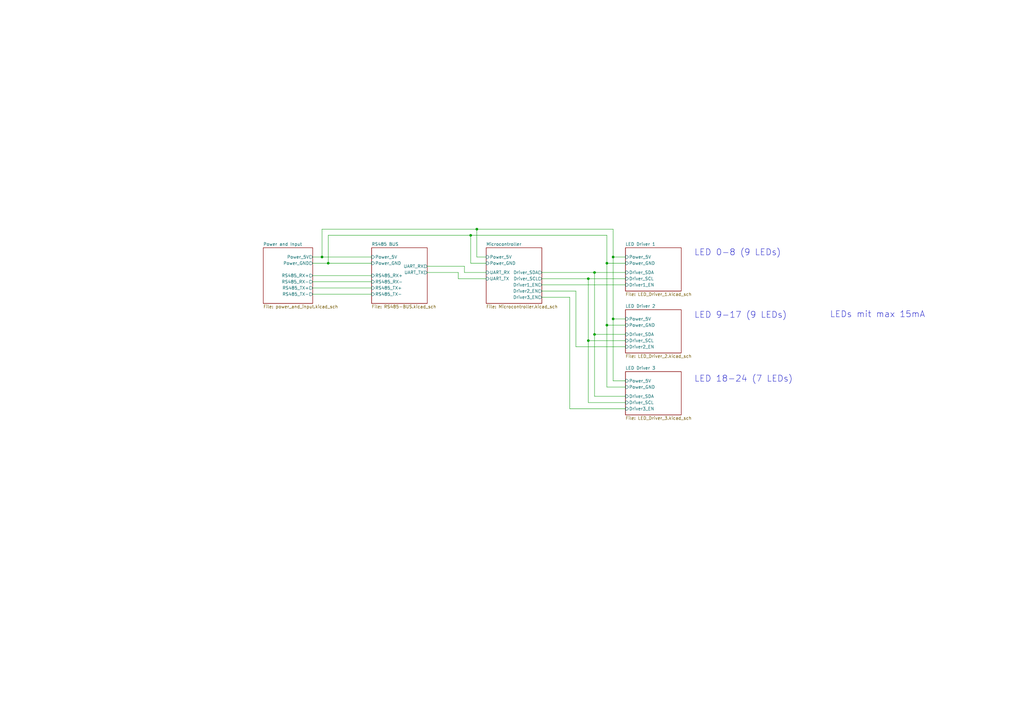
<source format=kicad_sch>
(kicad_sch
	(version 20231120)
	(generator "eeschema")
	(generator_version "8.0")
	(uuid "0ace032a-2a90-4649-ba93-c5c374ac8e6f")
	(paper "A3")
	(title_block
		(title "5x5 Clock Panel")
		(date "2024-10-31")
		(rev "1")
	)
	(lib_symbols)
	(junction
		(at 243.84 111.76)
		(diameter 0)
		(color 0 0 0 0)
		(uuid "03fb31e4-b0b8-43f5-9717-0e00c3ba7e64")
	)
	(junction
		(at 195.58 93.98)
		(diameter 0)
		(color 0 0 0 0)
		(uuid "0c19d365-0dce-4ee6-bfd4-cba580133868")
	)
	(junction
		(at 193.04 96.52)
		(diameter 0)
		(color 0 0 0 0)
		(uuid "4a4ce816-dc4a-48c6-9a47-df1c37ecbe90")
	)
	(junction
		(at 243.84 137.16)
		(diameter 0)
		(color 0 0 0 0)
		(uuid "55fb0668-19af-4a04-9388-5f405a578456")
	)
	(junction
		(at 251.46 105.41)
		(diameter 0)
		(color 0 0 0 0)
		(uuid "7068aece-ea68-49f8-b21e-de04617b9262")
	)
	(junction
		(at 132.08 105.41)
		(diameter 0)
		(color 0 0 0 0)
		(uuid "88f76131-21d3-4592-a649-7df7b60fe488")
	)
	(junction
		(at 241.3 114.3)
		(diameter 0)
		(color 0 0 0 0)
		(uuid "8d122351-86e4-405e-ac8b-10bdd85ba6fe")
	)
	(junction
		(at 241.3 139.7)
		(diameter 0)
		(color 0 0 0 0)
		(uuid "bd231ef5-f660-4fcd-b311-ceb558a9acb2")
	)
	(junction
		(at 251.46 130.81)
		(diameter 0)
		(color 0 0 0 0)
		(uuid "be20a66d-114c-4a19-92fe-3bacd234dc0f")
	)
	(junction
		(at 134.62 107.95)
		(diameter 0)
		(color 0 0 0 0)
		(uuid "c364d438-0347-4a95-afd3-ae8ca2f51f4e")
	)
	(junction
		(at 248.92 133.35)
		(diameter 0)
		(color 0 0 0 0)
		(uuid "c50bbcf8-272b-4342-bb53-39052da9f603")
	)
	(junction
		(at 248.92 107.95)
		(diameter 0)
		(color 0 0 0 0)
		(uuid "d977593d-267e-44e5-97c3-91b4033f5700")
	)
	(wire
		(pts
			(xy 248.92 107.95) (xy 248.92 133.35)
		)
		(stroke
			(width 0)
			(type default)
		)
		(uuid "0037abe1-d22b-41e7-bdf5-9fd8293ed1f4")
	)
	(wire
		(pts
			(xy 193.04 107.95) (xy 193.04 96.52)
		)
		(stroke
			(width 0)
			(type default)
		)
		(uuid "044c5560-646a-4025-947f-3760688877b7")
	)
	(wire
		(pts
			(xy 128.27 113.03) (xy 152.4 113.03)
		)
		(stroke
			(width 0)
			(type default)
		)
		(uuid "087c38f2-9aed-4a8a-a684-da458bb76959")
	)
	(wire
		(pts
			(xy 199.39 107.95) (xy 193.04 107.95)
		)
		(stroke
			(width 0)
			(type default)
		)
		(uuid "090a033a-cbf4-4037-a8dc-098bf08211d0")
	)
	(wire
		(pts
			(xy 236.22 142.24) (xy 256.54 142.24)
		)
		(stroke
			(width 0)
			(type default)
		)
		(uuid "0adbaca9-983b-47d5-a4f0-a34335bd9fd9")
	)
	(wire
		(pts
			(xy 241.3 165.1) (xy 256.54 165.1)
		)
		(stroke
			(width 0)
			(type default)
		)
		(uuid "0b203ae2-633f-486e-8da9-7c7220a0d481")
	)
	(wire
		(pts
			(xy 190.5 111.76) (xy 199.39 111.76)
		)
		(stroke
			(width 0)
			(type default)
		)
		(uuid "0d50264f-9cf4-4441-b8a5-b10f464dc6af")
	)
	(wire
		(pts
			(xy 248.92 158.75) (xy 256.54 158.75)
		)
		(stroke
			(width 0)
			(type default)
		)
		(uuid "1985b8a1-1883-4e8c-8adf-262249bcac82")
	)
	(wire
		(pts
			(xy 243.84 162.56) (xy 256.54 162.56)
		)
		(stroke
			(width 0)
			(type default)
		)
		(uuid "209f39eb-90e9-4d45-af42-735d5ccbd0ac")
	)
	(wire
		(pts
			(xy 251.46 130.81) (xy 256.54 130.81)
		)
		(stroke
			(width 0)
			(type default)
		)
		(uuid "27f2b5a9-f332-4bd0-8501-ba9e08ee2237")
	)
	(wire
		(pts
			(xy 128.27 115.57) (xy 152.4 115.57)
		)
		(stroke
			(width 0)
			(type default)
		)
		(uuid "2bfc228e-1e4a-494f-9fd8-d782a2ce5906")
	)
	(wire
		(pts
			(xy 236.22 119.38) (xy 236.22 142.24)
		)
		(stroke
			(width 0)
			(type default)
		)
		(uuid "2e048d36-8253-4410-9e97-045abad20731")
	)
	(wire
		(pts
			(xy 233.68 121.92) (xy 233.68 167.64)
		)
		(stroke
			(width 0)
			(type default)
		)
		(uuid "39038b23-9b76-444d-ba61-6e42c54e8524")
	)
	(wire
		(pts
			(xy 187.96 111.76) (xy 175.26 111.76)
		)
		(stroke
			(width 0)
			(type default)
		)
		(uuid "396e5f2e-28d3-4e9e-a892-73f5e3037500")
	)
	(wire
		(pts
			(xy 195.58 105.41) (xy 199.39 105.41)
		)
		(stroke
			(width 0)
			(type default)
		)
		(uuid "3f613414-9659-4fcd-8163-f2e39552e558")
	)
	(wire
		(pts
			(xy 128.27 107.95) (xy 134.62 107.95)
		)
		(stroke
			(width 0)
			(type default)
		)
		(uuid "4450df3d-c3b4-44d0-8b3a-c31f941e9d48")
	)
	(wire
		(pts
			(xy 187.96 114.3) (xy 187.96 111.76)
		)
		(stroke
			(width 0)
			(type default)
		)
		(uuid "44effb7b-e216-4c78-97b4-e46f528cc831")
	)
	(wire
		(pts
			(xy 195.58 93.98) (xy 251.46 93.98)
		)
		(stroke
			(width 0)
			(type default)
		)
		(uuid "4835fa7d-83be-4b4c-a711-f7fd013e5134")
	)
	(wire
		(pts
			(xy 128.27 105.41) (xy 132.08 105.41)
		)
		(stroke
			(width 0)
			(type default)
		)
		(uuid "4bb98bff-f4c5-41d2-9e67-ea987b0f2bba")
	)
	(wire
		(pts
			(xy 134.62 96.52) (xy 134.62 107.95)
		)
		(stroke
			(width 0)
			(type default)
		)
		(uuid "4f6d3b88-0db7-4df3-bcc2-9bf03996396c")
	)
	(wire
		(pts
			(xy 222.25 121.92) (xy 233.68 121.92)
		)
		(stroke
			(width 0)
			(type default)
		)
		(uuid "515f4a7a-cc73-453f-851a-7c9c5ef33382")
	)
	(wire
		(pts
			(xy 248.92 133.35) (xy 248.92 158.75)
		)
		(stroke
			(width 0)
			(type default)
		)
		(uuid "52bb68ab-ef32-4b18-b4fc-965271b62738")
	)
	(wire
		(pts
			(xy 248.92 96.52) (xy 193.04 96.52)
		)
		(stroke
			(width 0)
			(type default)
		)
		(uuid "5665a3fe-bce9-4eca-8064-6e2001ea6667")
	)
	(wire
		(pts
			(xy 128.27 120.65) (xy 152.4 120.65)
		)
		(stroke
			(width 0)
			(type default)
		)
		(uuid "594405cc-6bf7-4073-ac35-ada077927dfe")
	)
	(wire
		(pts
			(xy 222.25 114.3) (xy 241.3 114.3)
		)
		(stroke
			(width 0)
			(type default)
		)
		(uuid "5c214493-b570-41ce-94c1-870a2c46b645")
	)
	(wire
		(pts
			(xy 190.5 109.22) (xy 190.5 111.76)
		)
		(stroke
			(width 0)
			(type default)
		)
		(uuid "6037e5bd-5d40-4e8a-a54f-4ce137d0b4db")
	)
	(wire
		(pts
			(xy 134.62 107.95) (xy 152.4 107.95)
		)
		(stroke
			(width 0)
			(type default)
		)
		(uuid "61034d94-fd11-4fe4-b06a-aefb02ce570a")
	)
	(wire
		(pts
			(xy 195.58 93.98) (xy 195.58 105.41)
		)
		(stroke
			(width 0)
			(type default)
		)
		(uuid "64e855a0-91ca-40bb-a023-2a788af64ce9")
	)
	(wire
		(pts
			(xy 256.54 107.95) (xy 248.92 107.95)
		)
		(stroke
			(width 0)
			(type default)
		)
		(uuid "6969b137-8d98-44a0-a005-c38ab6d93334")
	)
	(wire
		(pts
			(xy 132.08 93.98) (xy 195.58 93.98)
		)
		(stroke
			(width 0)
			(type default)
		)
		(uuid "773e677b-8654-4dc1-bc92-647719a0f9b0")
	)
	(wire
		(pts
			(xy 175.26 109.22) (xy 190.5 109.22)
		)
		(stroke
			(width 0)
			(type default)
		)
		(uuid "79c25809-a865-4968-bf3e-0ced2fa34ef9")
	)
	(wire
		(pts
			(xy 241.3 139.7) (xy 241.3 165.1)
		)
		(stroke
			(width 0)
			(type default)
		)
		(uuid "7d89a6cf-c390-43eb-bcb6-ecf777eae66b")
	)
	(wire
		(pts
			(xy 241.3 114.3) (xy 256.54 114.3)
		)
		(stroke
			(width 0)
			(type default)
		)
		(uuid "8367f675-4882-42d3-9100-d90f1b9919ad")
	)
	(wire
		(pts
			(xy 222.25 116.84) (xy 256.54 116.84)
		)
		(stroke
			(width 0)
			(type default)
		)
		(uuid "85673883-ab5f-453a-86ed-c2e70075f958")
	)
	(wire
		(pts
			(xy 222.25 119.38) (xy 236.22 119.38)
		)
		(stroke
			(width 0)
			(type default)
		)
		(uuid "8bb86c38-97c9-48c0-889d-f4f469bbb188")
	)
	(wire
		(pts
			(xy 251.46 105.41) (xy 251.46 130.81)
		)
		(stroke
			(width 0)
			(type default)
		)
		(uuid "8e0f9bf9-b0a9-4668-a39e-df6a88467c26")
	)
	(wire
		(pts
			(xy 222.25 111.76) (xy 243.84 111.76)
		)
		(stroke
			(width 0)
			(type default)
		)
		(uuid "96b6489a-838e-4eb0-9f64-a2b4d5185ffd")
	)
	(wire
		(pts
			(xy 251.46 105.41) (xy 256.54 105.41)
		)
		(stroke
			(width 0)
			(type default)
		)
		(uuid "9ea78cec-20d8-4238-960c-3032db771881")
	)
	(wire
		(pts
			(xy 248.92 133.35) (xy 256.54 133.35)
		)
		(stroke
			(width 0)
			(type default)
		)
		(uuid "9fc8bce6-15fc-401e-bcee-02c5df7e4233")
	)
	(wire
		(pts
			(xy 241.3 139.7) (xy 256.54 139.7)
		)
		(stroke
			(width 0)
			(type default)
		)
		(uuid "a0eea0e6-650f-4c98-8510-b9dd37785194")
	)
	(wire
		(pts
			(xy 233.68 167.64) (xy 256.54 167.64)
		)
		(stroke
			(width 0)
			(type default)
		)
		(uuid "a1a3a28b-4c39-42f7-a99e-1772b42ba757")
	)
	(wire
		(pts
			(xy 251.46 93.98) (xy 251.46 105.41)
		)
		(stroke
			(width 0)
			(type default)
		)
		(uuid "a2ab47c8-f2bb-43fc-8b6a-041a19a5c22e")
	)
	(wire
		(pts
			(xy 251.46 156.21) (xy 256.54 156.21)
		)
		(stroke
			(width 0)
			(type default)
		)
		(uuid "a92c4edb-e549-48a4-9123-318aa8adab3e")
	)
	(wire
		(pts
			(xy 128.27 118.11) (xy 152.4 118.11)
		)
		(stroke
			(width 0)
			(type default)
		)
		(uuid "af0c77dd-8a98-43db-abf4-a350b459b5f2")
	)
	(wire
		(pts
			(xy 132.08 105.41) (xy 132.08 93.98)
		)
		(stroke
			(width 0)
			(type default)
		)
		(uuid "b0d2ab49-626c-47ad-9e44-59dce2b12acb")
	)
	(wire
		(pts
			(xy 243.84 111.76) (xy 256.54 111.76)
		)
		(stroke
			(width 0)
			(type default)
		)
		(uuid "b13ab8dd-54f1-4a76-a7cd-e26e6b49c943")
	)
	(wire
		(pts
			(xy 199.39 114.3) (xy 187.96 114.3)
		)
		(stroke
			(width 0)
			(type default)
		)
		(uuid "b1ba56b3-0f94-4445-b76f-071dbe33a8a6")
	)
	(wire
		(pts
			(xy 251.46 130.81) (xy 251.46 156.21)
		)
		(stroke
			(width 0)
			(type default)
		)
		(uuid "bd28e42e-4a72-4e29-a26a-a3062f5f91fb")
	)
	(wire
		(pts
			(xy 243.84 137.16) (xy 243.84 162.56)
		)
		(stroke
			(width 0)
			(type default)
		)
		(uuid "c0a8b179-3b2e-421c-8815-8792cd6fc52c")
	)
	(wire
		(pts
			(xy 193.04 96.52) (xy 134.62 96.52)
		)
		(stroke
			(width 0)
			(type default)
		)
		(uuid "c2a0f456-ad07-438b-9755-7377c9116aed")
	)
	(wire
		(pts
			(xy 248.92 107.95) (xy 248.92 96.52)
		)
		(stroke
			(width 0)
			(type default)
		)
		(uuid "db4145d9-268b-4668-8d87-1241f4697081")
	)
	(wire
		(pts
			(xy 243.84 137.16) (xy 243.84 111.76)
		)
		(stroke
			(width 0)
			(type default)
		)
		(uuid "de7a564b-8019-45c2-9567-eab8d1959bf1")
	)
	(wire
		(pts
			(xy 132.08 105.41) (xy 152.4 105.41)
		)
		(stroke
			(width 0)
			(type default)
		)
		(uuid "df02c891-0cfd-4d5d-b673-491c1c88c619")
	)
	(wire
		(pts
			(xy 241.3 114.3) (xy 241.3 139.7)
		)
		(stroke
			(width 0)
			(type default)
		)
		(uuid "df65e85d-5db5-4d21-8e8b-a8e81d5b925b")
	)
	(wire
		(pts
			(xy 256.54 137.16) (xy 243.84 137.16)
		)
		(stroke
			(width 0)
			(type default)
		)
		(uuid "eadf6c2d-1799-44c2-83fb-f314f0398b0b")
	)
	(text "LED 0-8 (9 LEDs)"
		(exclude_from_sim no)
		(at 284.734 103.632 0)
		(effects
			(font
				(size 2.54 2.54)
			)
			(justify left)
		)
		(uuid "0293c06a-1581-4014-9760-73210dac3538")
	)
	(text "LEDs mit max 15mA"
		(exclude_from_sim no)
		(at 359.918 129.032 0)
		(effects
			(font
				(size 2.54 2.54)
			)
		)
		(uuid "88f42afc-ba35-4509-986e-f59ffcf9589c")
	)
	(text "LED 18-24 (7 LEDs)\n"
		(exclude_from_sim no)
		(at 284.734 155.448 0)
		(effects
			(font
				(size 2.54 2.54)
			)
			(justify left)
		)
		(uuid "9ad22227-f8b6-4a4b-b252-f61954e6537a")
	)
	(text "LED 9-17 (9 LEDs)"
		(exclude_from_sim no)
		(at 284.734 129.286 0)
		(effects
			(font
				(size 2.54 2.54)
			)
			(justify left)
		)
		(uuid "df7d4b99-a11d-47ae-802c-6ad0d1106123")
	)
	(sheet
		(at 152.4 101.6)
		(size 22.86 22.86)
		(fields_autoplaced yes)
		(stroke
			(width 0.1524)
			(type solid)
		)
		(fill
			(color 0 0 0 0.0000)
		)
		(uuid "0005dd52-86a7-4978-b57b-38b75a3c4079")
		(property "Sheetname" "RS485 BUS"
			(at 152.4 100.8884 0)
			(effects
				(font
					(size 1.27 1.27)
				)
				(justify left bottom)
			)
		)
		(property "Sheetfile" "RS485-BUS.kicad_sch"
			(at 152.4 125.0446 0)
			(effects
				(font
					(size 1.27 1.27)
				)
				(justify left top)
			)
		)
		(pin "Power_5V" input
			(at 152.4 105.41 180)
			(effects
				(font
					(size 1.27 1.27)
				)
				(justify left)
			)
			(uuid "76d6117d-5b8b-4ea0-aa9c-a0547009eb62")
		)
		(pin "Power_GND" input
			(at 152.4 107.95 180)
			(effects
				(font
					(size 1.27 1.27)
				)
				(justify left)
			)
			(uuid "2ddd21b6-019b-4669-873f-fba73f12cdb8")
		)
		(pin "RS485_RX+" input
			(at 152.4 113.03 180)
			(effects
				(font
					(size 1.27 1.27)
				)
				(justify left)
			)
			(uuid "88ef92a1-3a37-4180-b087-5738e27edaf6")
		)
		(pin "RS485_RX-" input
			(at 152.4 115.57 180)
			(effects
				(font
					(size 1.27 1.27)
				)
				(justify left)
			)
			(uuid "49020934-3d4f-4c42-852c-e67f977cb5f1")
		)
		(pin "RS485_TX+" input
			(at 152.4 118.11 180)
			(effects
				(font
					(size 1.27 1.27)
				)
				(justify left)
			)
			(uuid "9588382e-0fde-4ddd-bf67-04907210ba87")
		)
		(pin "RS485_TX-" input
			(at 152.4 120.65 180)
			(effects
				(font
					(size 1.27 1.27)
				)
				(justify left)
			)
			(uuid "7cf9f7fc-5aec-40a0-9603-903a6a3b08a2")
		)
		(pin "UART_RX" output
			(at 175.26 109.22 0)
			(effects
				(font
					(size 1.27 1.27)
				)
				(justify right)
			)
			(uuid "95c34665-c74c-4daa-a4e6-286206974ee1")
		)
		(pin "UART_TX" output
			(at 175.26 111.76 0)
			(effects
				(font
					(size 1.27 1.27)
				)
				(justify right)
			)
			(uuid "51b7c0e5-d9eb-4df3-98ad-51f335e8f1ce")
		)
		(instances
			(project "5x5-Clock-Panel"
				(path "/0ace032a-2a90-4649-ba93-c5c374ac8e6f"
					(page "3")
				)
			)
		)
	)
	(sheet
		(at 256.54 152.4)
		(size 22.86 17.78)
		(fields_autoplaced yes)
		(stroke
			(width 0.1524)
			(type solid)
		)
		(fill
			(color 0 0 0 0.0000)
		)
		(uuid "85574371-8428-4a38-9374-07c5f2b925d5")
		(property "Sheetname" "LED Driver 3"
			(at 256.54 151.6884 0)
			(effects
				(font
					(size 1.27 1.27)
				)
				(justify left bottom)
			)
		)
		(property "Sheetfile" "LED_Driver_3.kicad_sch"
			(at 256.54 170.7646 0)
			(effects
				(font
					(size 1.27 1.27)
				)
				(justify left top)
			)
		)
		(pin "Driver_SDA" input
			(at 256.54 162.56 180)
			(effects
				(font
					(size 1.27 1.27)
				)
				(justify left)
			)
			(uuid "6ad73aca-21ee-43f4-b216-6209902e9025")
		)
		(pin "Power_5V" input
			(at 256.54 156.21 180)
			(effects
				(font
					(size 1.27 1.27)
				)
				(justify left)
			)
			(uuid "706212f8-eb59-4756-8443-6673e5d38039")
		)
		(pin "Driver_SCL" input
			(at 256.54 165.1 180)
			(effects
				(font
					(size 1.27 1.27)
				)
				(justify left)
			)
			(uuid "bcd30bc5-1765-4de3-ab4b-5165e2a6c195")
		)
		(pin "Power_GND" input
			(at 256.54 158.75 180)
			(effects
				(font
					(size 1.27 1.27)
				)
				(justify left)
			)
			(uuid "89146bbc-dde2-44c3-8d67-23014105e20d")
		)
		(pin "Driver3_EN" input
			(at 256.54 167.64 180)
			(effects
				(font
					(size 1.27 1.27)
				)
				(justify left)
			)
			(uuid "7562f693-725f-4d50-8605-30f34ab67e7c")
		)
		(instances
			(project "5x5-Clock-Panel"
				(path "/0ace032a-2a90-4649-ba93-c5c374ac8e6f"
					(page "8")
				)
			)
		)
	)
	(sheet
		(at 199.39 101.6)
		(size 22.86 22.86)
		(fields_autoplaced yes)
		(stroke
			(width 0.1524)
			(type solid)
		)
		(fill
			(color 0 0 0 0.0000)
		)
		(uuid "908b72ff-cad5-4724-8836-0c5b94faacc0")
		(property "Sheetname" "Microcontroller"
			(at 199.39 100.8884 0)
			(effects
				(font
					(size 1.27 1.27)
				)
				(justify left bottom)
			)
		)
		(property "Sheetfile" "Microcontroller.kicad_sch"
			(at 199.39 125.0446 0)
			(effects
				(font
					(size 1.27 1.27)
				)
				(justify left top)
			)
		)
		(pin "Power_5V" input
			(at 199.39 105.41 180)
			(effects
				(font
					(size 1.27 1.27)
				)
				(justify left)
			)
			(uuid "a854dc64-5e5f-42b5-98cd-3dc973fbf16c")
		)
		(pin "Power_GND" input
			(at 199.39 107.95 180)
			(effects
				(font
					(size 1.27 1.27)
				)
				(justify left)
			)
			(uuid "a48732ff-9fa1-45a4-a269-f290dafffd1d")
		)
		(pin "UART_RX" input
			(at 199.39 111.76 180)
			(effects
				(font
					(size 1.27 1.27)
				)
				(justify left)
			)
			(uuid "a6a2d759-a4d1-4554-884b-a4edda8a3b9f")
		)
		(pin "UART_TX" input
			(at 199.39 114.3 180)
			(effects
				(font
					(size 1.27 1.27)
				)
				(justify left)
			)
			(uuid "04fc1cfc-3f17-4736-a228-9d9248a2c5f8")
		)
		(pin "Driver2_EN" output
			(at 222.25 119.38 0)
			(effects
				(font
					(size 1.27 1.27)
				)
				(justify right)
			)
			(uuid "0b389f5f-d7dd-40b2-81a1-555d2da9bdc6")
		)
		(pin "Driver3_EN" output
			(at 222.25 121.92 0)
			(effects
				(font
					(size 1.27 1.27)
				)
				(justify right)
			)
			(uuid "17f4d297-616c-453c-b1fc-049646a70e3e")
		)
		(pin "Driver_SDA" output
			(at 222.25 111.76 0)
			(effects
				(font
					(size 1.27 1.27)
				)
				(justify right)
			)
			(uuid "cd870dd0-bace-487e-8332-ff47846c2b85")
		)
		(pin "Driver1_EN" output
			(at 222.25 116.84 0)
			(effects
				(font
					(size 1.27 1.27)
				)
				(justify right)
			)
			(uuid "2d1f90a9-ff4c-4b20-8a94-e0f471bbd79c")
		)
		(pin "Driver_SCL" output
			(at 222.25 114.3 0)
			(effects
				(font
					(size 1.27 1.27)
				)
				(justify right)
			)
			(uuid "d254cad0-c1a4-4818-9ffb-54c32dabb2df")
		)
		(instances
			(project "5x5-Clock-Panel"
				(path "/0ace032a-2a90-4649-ba93-c5c374ac8e6f"
					(page "4")
				)
			)
		)
	)
	(sheet
		(at 256.54 101.6)
		(size 22.86 17.78)
		(fields_autoplaced yes)
		(stroke
			(width 0.1524)
			(type solid)
		)
		(fill
			(color 0 0 0 0.0000)
		)
		(uuid "ab683e54-8239-4926-a42b-f4a2f09516a5")
		(property "Sheetname" "LED Driver 1"
			(at 256.54 100.8884 0)
			(effects
				(font
					(size 1.27 1.27)
				)
				(justify left bottom)
			)
		)
		(property "Sheetfile" "LED_Driver_1.kicad_sch"
			(at 256.54 119.9646 0)
			(effects
				(font
					(size 1.27 1.27)
				)
				(justify left top)
			)
		)
		(pin "Power_GND" input
			(at 256.54 107.95 180)
			(effects
				(font
					(size 1.27 1.27)
				)
				(justify left)
			)
			(uuid "f3a8ab58-bf1b-4dda-a6ea-5c1792841cc3")
		)
		(pin "Power_5V" input
			(at 256.54 105.41 180)
			(effects
				(font
					(size 1.27 1.27)
				)
				(justify left)
			)
			(uuid "3de48038-9104-4e8c-9b73-0002215b182c")
		)
		(pin "Driver_SCL" input
			(at 256.54 114.3 180)
			(effects
				(font
					(size 1.27 1.27)
				)
				(justify left)
			)
			(uuid "0f300746-5fc1-442a-9582-056471f50992")
		)
		(pin "Driver1_EN" input
			(at 256.54 116.84 180)
			(effects
				(font
					(size 1.27 1.27)
				)
				(justify left)
			)
			(uuid "f06f2da2-9dbb-4ed9-9852-1877aa1de9e0")
		)
		(pin "Driver_SDA" input
			(at 256.54 111.76 180)
			(effects
				(font
					(size 1.27 1.27)
				)
				(justify left)
			)
			(uuid "6954df36-2cac-4d94-8fa9-33f03ba9ff37")
		)
		(instances
			(project "5x5-Clock-Panel"
				(path "/0ace032a-2a90-4649-ba93-c5c374ac8e6f"
					(page "5")
				)
			)
		)
	)
	(sheet
		(at 107.95 101.6)
		(size 20.32 22.86)
		(fields_autoplaced yes)
		(stroke
			(width 0.1524)
			(type solid)
		)
		(fill
			(color 0 0 0 0.0000)
		)
		(uuid "e387f081-fa58-4a5e-ad2e-5b3203d5d7b7")
		(property "Sheetname" "Power and Input"
			(at 107.95 100.8884 0)
			(effects
				(font
					(size 1.27 1.27)
				)
				(justify left bottom)
			)
		)
		(property "Sheetfile" "power_and_input.kicad_sch"
			(at 107.95 125.0446 0)
			(effects
				(font
					(size 1.27 1.27)
				)
				(justify left top)
			)
		)
		(pin "Power_GND" output
			(at 128.27 107.95 0)
			(effects
				(font
					(size 1.27 1.27)
				)
				(justify right)
			)
			(uuid "7350bf91-1e90-4ac7-be7c-29258d9858e8")
		)
		(pin "Power_5V" output
			(at 128.27 105.41 0)
			(effects
				(font
					(size 1.27 1.27)
				)
				(justify right)
			)
			(uuid "959a159e-019b-4fd9-9c50-f89314e53167")
		)
		(pin "RS485_RX+" output
			(at 128.27 113.03 0)
			(effects
				(font
					(size 1.27 1.27)
				)
				(justify right)
			)
			(uuid "92fa9037-e91b-46a7-bb1e-a26d2e425224")
		)
		(pin "RS485_RX-" output
			(at 128.27 115.57 0)
			(effects
				(font
					(size 1.27 1.27)
				)
				(justify right)
			)
			(uuid "217f7c88-099b-4541-a3fe-4a978dd6c23e")
		)
		(pin "RS485_TX-" output
			(at 128.27 120.65 0)
			(effects
				(font
					(size 1.27 1.27)
				)
				(justify right)
			)
			(uuid "514434af-80a8-4276-9ee8-8f68c204827d")
		)
		(pin "RS485_TX+" output
			(at 128.27 118.11 0)
			(effects
				(font
					(size 1.27 1.27)
				)
				(justify right)
			)
			(uuid "42350880-96ad-4440-ae8f-c8caf30df5bd")
		)
		(instances
			(project "5x5-Clock-Panel"
				(path "/0ace032a-2a90-4649-ba93-c5c374ac8e6f"
					(page "2")
				)
			)
		)
	)
	(sheet
		(at 256.54 127)
		(size 22.86 17.78)
		(fields_autoplaced yes)
		(stroke
			(width 0.1524)
			(type solid)
		)
		(fill
			(color 0 0 0 0.0000)
		)
		(uuid "f84ec545-4a5b-45d0-bc48-ea127842aea5")
		(property "Sheetname" "LED Driver 2"
			(at 256.54 126.2884 0)
			(effects
				(font
					(size 1.27 1.27)
				)
				(justify left bottom)
			)
		)
		(property "Sheetfile" "LED_Driver_2.kicad_sch"
			(at 256.54 145.3646 0)
			(effects
				(font
					(size 1.27 1.27)
				)
				(justify left top)
			)
		)
		(pin "Driver2_EN" input
			(at 256.54 142.24 180)
			(effects
				(font
					(size 1.27 1.27)
				)
				(justify left)
			)
			(uuid "6fe614bc-64e8-4796-bd03-cbc5bdde04f4")
		)
		(pin "Driver_SCL" input
			(at 256.54 139.7 180)
			(effects
				(font
					(size 1.27 1.27)
				)
				(justify left)
			)
			(uuid "e21cb1b4-7827-4cc3-9e79-e4bce6cf5ea6")
		)
		(pin "Power_GND" input
			(at 256.54 133.35 180)
			(effects
				(font
					(size 1.27 1.27)
				)
				(justify left)
			)
			(uuid "258b74df-6551-4f13-a7e4-26b690a84ed0")
		)
		(pin "Driver_SDA" input
			(at 256.54 137.16 180)
			(effects
				(font
					(size 1.27 1.27)
				)
				(justify left)
			)
			(uuid "2ca37e3e-cb35-48ad-9bbb-8b8061281e92")
		)
		(pin "Power_5V" input
			(at 256.54 130.81 180)
			(effects
				(font
					(size 1.27 1.27)
				)
				(justify left)
			)
			(uuid "6c4ed71a-1d4a-4495-a6de-4ff0d561938a")
		)
		(instances
			(project "5x5-Clock-Panel"
				(path "/0ace032a-2a90-4649-ba93-c5c374ac8e6f"
					(page "7")
				)
			)
		)
	)
	(sheet_instances
		(path "/"
			(page "1")
		)
	)
)

</source>
